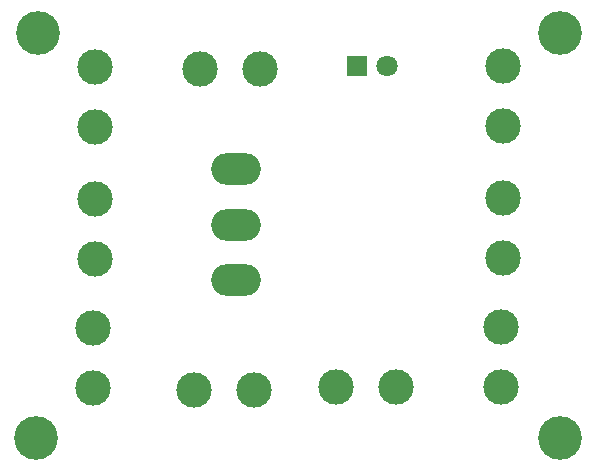
<source format=gbs>
G04*
G04 #@! TF.GenerationSoftware,Altium Limited,Altium Designer,24.9.1 (31)*
G04*
G04 Layer_Color=16711935*
%FSTAX25Y25*%
%MOIN*%
G70*
G04*
G04 #@! TF.SameCoordinates,80357BE8-FB89-4C24-BB12-38274DCAA4D6*
G04*
G04*
G04 #@! TF.FilePolarity,Negative*
G04*
G01*
G75*
%ADD13O,0.16548X0.10642*%
%ADD14C,0.11800*%
%ADD15C,0.07099*%
%ADD16R,0.07099X0.07099*%
%ADD17C,0.14580*%
D13*
X0354Y0244496D02*
D03*
Y0263D02*
D03*
Y0281504D02*
D03*
D14*
X0342Y0315D02*
D03*
X0362D02*
D03*
X04075Y0209D02*
D03*
X03875D02*
D03*
X03065Y02085D02*
D03*
Y02285D02*
D03*
X036Y0208D02*
D03*
X034D02*
D03*
X0307Y02955D02*
D03*
Y03155D02*
D03*
Y02515D02*
D03*
Y02715D02*
D03*
X0443Y03161D02*
D03*
Y02961D02*
D03*
Y02721D02*
D03*
Y02521D02*
D03*
X04425Y02291D02*
D03*
Y02091D02*
D03*
D15*
X04045Y0316D02*
D03*
D16*
X03945D02*
D03*
D17*
X02875Y0192D02*
D03*
X0288Y0327D02*
D03*
X0462Y0192D02*
D03*
Y0327D02*
D03*
M02*

</source>
